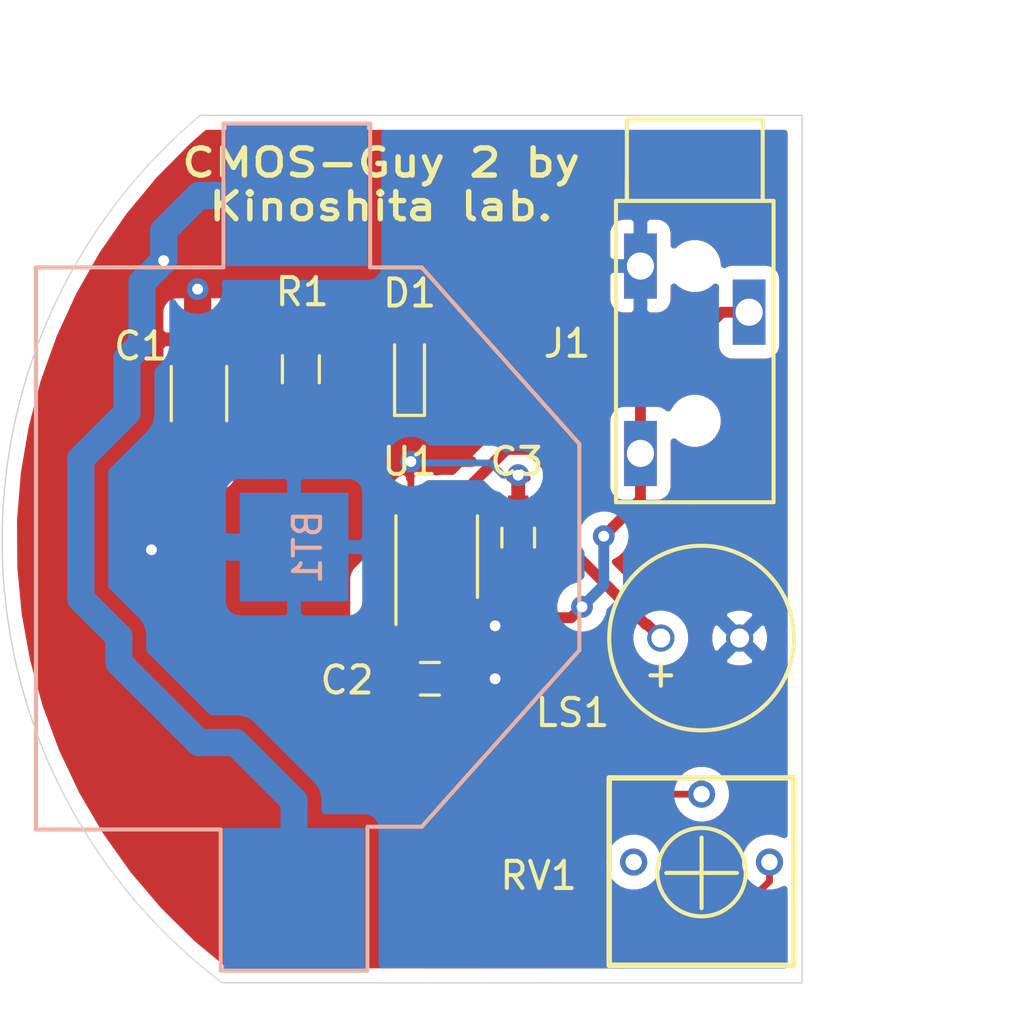
<source format=kicad_pcb>
(kicad_pcb (version 20171130) (host pcbnew 5.1.0)

  (general
    (thickness 1.6)
    (drawings 11)
    (tracks 102)
    (zones 0)
    (modules 10)
    (nets 8)
  )

  (page A4)
  (layers
    (0 F.Cu signal)
    (31 B.Cu signal)
    (32 B.Adhes user hide)
    (33 F.Adhes user hide)
    (34 B.Paste user hide)
    (35 F.Paste user hide)
    (36 B.SilkS user hide)
    (37 F.SilkS user)
    (38 B.Mask user hide)
    (39 F.Mask user hide)
    (40 Dwgs.User user hide)
    (41 Cmts.User user hide)
    (42 Eco1.User user hide)
    (43 Eco2.User user hide)
    (44 Edge.Cuts user)
    (45 Margin user hide)
    (46 B.CrtYd user)
    (47 F.CrtYd user)
    (48 B.Fab user hide)
    (49 F.Fab user)
  )

  (setup
    (last_trace_width 1)
    (user_trace_width 0.4)
    (user_trace_width 1)
    (trace_clearance 0.2)
    (zone_clearance 0.508)
    (zone_45_only no)
    (trace_min 0.2)
    (via_size 0.8)
    (via_drill 0.4)
    (via_min_size 0.4)
    (via_min_drill 0.3)
    (uvia_size 0.3)
    (uvia_drill 0.1)
    (uvias_allowed no)
    (uvia_min_size 0.2)
    (uvia_min_drill 0.1)
    (edge_width 0.05)
    (segment_width 0.2)
    (pcb_text_width 0.3)
    (pcb_text_size 1.5 1.5)
    (mod_edge_width 0.12)
    (mod_text_size 1 1)
    (mod_text_width 0.15)
    (pad_size 1.524 1.524)
    (pad_drill 0.762)
    (pad_to_mask_clearance 0.051)
    (solder_mask_min_width 0.25)
    (aux_axis_origin 0 0)
    (visible_elements FFFFFF7F)
    (pcbplotparams
      (layerselection 0x010fc_ffffffff)
      (usegerberextensions true)
      (usegerberattributes false)
      (usegerberadvancedattributes false)
      (creategerberjobfile false)
      (excludeedgelayer true)
      (linewidth 0.100000)
      (plotframeref false)
      (viasonmask false)
      (mode 1)
      (useauxorigin false)
      (hpglpennumber 1)
      (hpglpenspeed 20)
      (hpglpendiameter 15.000000)
      (psnegative false)
      (psa4output false)
      (plotreference true)
      (plotvalue false)
      (plotinvisibletext false)
      (padsonsilk false)
      (subtractmaskfromsilk false)
      (outputformat 1)
      (mirror false)
      (drillshape 0)
      (scaleselection 1)
      (outputdirectory "plots/"))
  )

  (net 0 "")
  (net 1 "Net-(LS1-Pad1)")
  (net 2 +BATT)
  (net 3 -BATT)
  (net 4 "Net-(RV1-Pad3)")
  (net 5 "Net-(C2-Pad1)")
  (net 6 "Net-(D1-Pad2)")
  (net 7 "Net-(J1-PadR)")

  (net_class Default "これはデフォルトのネット クラスです。"
    (clearance 0.2)
    (trace_width 0.25)
    (via_dia 0.8)
    (via_drill 0.4)
    (uvia_dia 0.3)
    (uvia_drill 0.1)
    (add_net +BATT)
    (add_net -BATT)
    (add_net "Net-(C2-Pad1)")
    (add_net "Net-(D1-Pad2)")
    (add_net "Net-(J1-PadR)")
    (add_net "Net-(LS1-Pad1)")
    (add_net "Net-(RV1-Pad3)")
  )

  (module mylib:Battery_Holder_CR2032_Akiduki (layer B.Cu) (tedit 5CA99652) (tstamp 5CA9AFDE)
    (at 113.5 100.9 270)
    (path /5CA9A25B)
    (fp_text reference BT1 (at 0 -0.5 270) (layer B.SilkS)
      (effects (font (size 1 1) (thickness 0.15)) (justify mirror))
    )
    (fp_text value CR2032 (at 0 0.5 270) (layer B.Fab)
      (effects (font (size 1 1) (thickness 0.15)) (justify mirror))
    )
    (fp_line (start 0.1 9.5) (end 13.4 9.5) (layer B.CrtYd) (width 0.12))
    (fp_line (start 15.6 2.1) (end 15.6 9.5) (layer B.CrtYd) (width 0.12))
    (fp_line (start 15.6 9.5) (end 13.5 9.5) (layer B.CrtYd) (width 0.12))
    (fp_line (start 13.9 9.5) (end 12.9 9.5) (layer B.CrtYd) (width 0.12))
    (fp_line (start -15.6 0.4) (end -15.6 6.4) (layer B.CrtYd) (width 0.12))
    (fp_line (start 0.1 9.5) (end -15.3 9.5) (layer B.CrtYd) (width 0.12))
    (fp_line (start -15.6 6.4) (end -15.6 9.5) (layer B.CrtYd) (width 0.12))
    (fp_line (start -15.6 9.5) (end -15.3 9.5) (layer B.CrtYd) (width 0.12))
    (fp_line (start -15.6 0.4) (end -15.6 -8.7) (layer B.CrtYd) (width 0.12))
    (fp_line (start -3.8 -10.5) (end -6.8 -10.5) (layer B.CrtYd) (width 0.12))
    (fp_line (start -6.8 -10.5) (end -14.5 -10.5) (layer B.CrtYd) (width 0.12))
    (fp_line (start -14.5 -10.5) (end -15.6 -10.5) (layer B.CrtYd) (width 0.12))
    (fp_line (start -15.6 -10.5) (end -15.6 -8.7) (layer B.CrtYd) (width 0.12))
    (fp_line (start -3.8 -10.5) (end 15.3 -10.5) (layer B.CrtYd) (width 0.12))
    (fp_line (start 15.6 2.1) (end 15.6 -6.1) (layer B.CrtYd) (width 0.12))
    (fp_line (start 15.6 -6.1) (end 15.6 -10.5) (layer B.CrtYd) (width 0.12))
    (fp_line (start 15.6 -10.5) (end 14.5 -10.5) (layer B.CrtYd) (width 0.12))
    (fp_line (start 10.3 -2.7) (end 10.3 -4.7) (layer B.SilkS) (width 0.15))
    (fp_line (start -10.3 -2.8) (end -10.3 -4.7) (layer B.SilkS) (width 0.15))
    (fp_line (start 10.3 -4.7) (end 3.8 -10.5) (layer B.SilkS) (width 0.15))
    (fp_line (start -10.3 -4.7) (end -3.8 -10.5) (layer B.SilkS) (width 0.15))
    (fp_line (start 3.8 -10.5) (end -3.8 -10.5) (layer B.SilkS) (width 0.15))
    (fp_line (start -10.3 -2.8) (end -15.6 -2.8) (layer B.SilkS) (width 0.15))
    (fp_line (start -15.6 -2.8) (end -15.6 2.6) (layer B.SilkS) (width 0.15))
    (fp_line (start -15.6 2.6) (end -10.3 2.6) (layer B.SilkS) (width 0.15))
    (fp_line (start -10.3 2.6) (end -10.3 9.5) (layer B.SilkS) (width 0.15))
    (fp_line (start 10.3 -2.7) (end 15.6 -2.7) (layer B.SilkS) (width 0.15))
    (fp_line (start 15.6 -2.7) (end 15.6 2.7) (layer B.SilkS) (width 0.15))
    (fp_line (start 15.6 2.7) (end 10.4 2.7) (layer B.SilkS) (width 0.15))
    (fp_line (start 10.4 2.7) (end 10.4 9.5) (layer B.SilkS) (width 0.15))
    (fp_line (start -10.3 9.5) (end 10.4 9.5) (layer B.SilkS) (width 0.15))
    (pad 2 smd rect (at 0 0 270) (size 4 4) (layers B.Cu B.Paste B.Mask)
      (net 3 -BATT))
    (pad 1 smd rect (at 12.95 0 270) (size 5.2 5.2) (layers B.Cu B.Paste B.Mask)
      (net 2 +BATT))
    (pad 1 smd rect (at -12.95 -0.1 270) (size 5.2 5.2) (layers B.Cu B.Paste B.Mask)
      (net 2 +BATT))
  )

  (module Capacitors_SMD:C_1206_HandSoldering (layer F.Cu) (tedit 58AA84D1) (tstamp 5CA9A84D)
    (at 110 95.25 270)
    (descr "Capacitor SMD 1206, hand soldering")
    (tags "capacitor 1206")
    (path /5CA9E749)
    (attr smd)
    (fp_text reference C1 (at -1.75 2.15) (layer F.SilkS)
      (effects (font (size 1 1) (thickness 0.15)))
    )
    (fp_text value 100u (at 0 2 270) (layer F.Fab)
      (effects (font (size 1 1) (thickness 0.15)))
    )
    (fp_line (start 3.25 1.05) (end -3.25 1.05) (layer F.CrtYd) (width 0.05))
    (fp_line (start 3.25 1.05) (end 3.25 -1.05) (layer F.CrtYd) (width 0.05))
    (fp_line (start -3.25 -1.05) (end -3.25 1.05) (layer F.CrtYd) (width 0.05))
    (fp_line (start -3.25 -1.05) (end 3.25 -1.05) (layer F.CrtYd) (width 0.05))
    (fp_line (start -1 1.02) (end 1 1.02) (layer F.SilkS) (width 0.12))
    (fp_line (start 1 -1.02) (end -1 -1.02) (layer F.SilkS) (width 0.12))
    (fp_line (start -1.6 -0.8) (end 1.6 -0.8) (layer F.Fab) (width 0.1))
    (fp_line (start 1.6 -0.8) (end 1.6 0.8) (layer F.Fab) (width 0.1))
    (fp_line (start 1.6 0.8) (end -1.6 0.8) (layer F.Fab) (width 0.1))
    (fp_line (start -1.6 0.8) (end -1.6 -0.8) (layer F.Fab) (width 0.1))
    (fp_text user %R (at 0 -1.75 270) (layer F.Fab)
      (effects (font (size 1 1) (thickness 0.15)))
    )
    (pad 2 smd rect (at 2 0 270) (size 2 1.6) (layers F.Cu F.Paste F.Mask)
      (net 3 -BATT))
    (pad 1 smd rect (at -2 0 270) (size 2 1.6) (layers F.Cu F.Paste F.Mask)
      (net 2 +BATT))
    (model Capacitors_SMD.3dshapes/C_1206.wrl
      (at (xyz 0 0 0))
      (scale (xyz 1 1 1))
      (rotate (xyz 0 0 0))
    )
  )

  (module Capacitors_SMD:C_0603_HandSoldering (layer F.Cu) (tedit 58AA848B) (tstamp 5CA9ACDE)
    (at 118.5 105.75)
    (descr "Capacitor SMD 0603, hand soldering")
    (tags "capacitor 0603")
    (path /5CAACC23)
    (attr smd)
    (fp_text reference C2 (at -3.05 0.05) (layer F.SilkS)
      (effects (font (size 1 1) (thickness 0.15)))
    )
    (fp_text value 0.1u (at 0 1.5) (layer F.Fab)
      (effects (font (size 1 1) (thickness 0.15)))
    )
    (fp_text user %R (at 0 -1.25) (layer F.Fab)
      (effects (font (size 1 1) (thickness 0.15)))
    )
    (fp_line (start -0.8 0.4) (end -0.8 -0.4) (layer F.Fab) (width 0.1))
    (fp_line (start 0.8 0.4) (end -0.8 0.4) (layer F.Fab) (width 0.1))
    (fp_line (start 0.8 -0.4) (end 0.8 0.4) (layer F.Fab) (width 0.1))
    (fp_line (start -0.8 -0.4) (end 0.8 -0.4) (layer F.Fab) (width 0.1))
    (fp_line (start -0.35 -0.6) (end 0.35 -0.6) (layer F.SilkS) (width 0.12))
    (fp_line (start 0.35 0.6) (end -0.35 0.6) (layer F.SilkS) (width 0.12))
    (fp_line (start -1.8 -0.65) (end 1.8 -0.65) (layer F.CrtYd) (width 0.05))
    (fp_line (start -1.8 -0.65) (end -1.8 0.65) (layer F.CrtYd) (width 0.05))
    (fp_line (start 1.8 0.65) (end 1.8 -0.65) (layer F.CrtYd) (width 0.05))
    (fp_line (start 1.8 0.65) (end -1.8 0.65) (layer F.CrtYd) (width 0.05))
    (pad 1 smd rect (at -0.95 0) (size 1.2 0.75) (layers F.Cu F.Paste F.Mask)
      (net 5 "Net-(C2-Pad1)"))
    (pad 2 smd rect (at 0.95 0) (size 1.2 0.75) (layers F.Cu F.Paste F.Mask)
      (net 3 -BATT))
    (model Capacitors_SMD.3dshapes/C_0603.wrl
      (at (xyz 0 0 0))
      (scale (xyz 1 1 1))
      (rotate (xyz 0 0 0))
    )
  )

  (module Capacitors_SMD:C_0603_HandSoldering (layer F.Cu) (tedit 58AA848B) (tstamp 5CA9A2DB)
    (at 121.75 100.55 270)
    (descr "Capacitor SMD 0603, hand soldering")
    (tags "capacitor 0603")
    (path /5CAA3132)
    (attr smd)
    (fp_text reference C3 (at -2.8 0.05) (layer F.SilkS)
      (effects (font (size 1 1) (thickness 0.15)))
    )
    (fp_text value 0.1u (at 0 1.5 270) (layer F.Fab)
      (effects (font (size 1 1) (thickness 0.15)))
    )
    (fp_line (start 1.8 0.65) (end -1.8 0.65) (layer F.CrtYd) (width 0.05))
    (fp_line (start 1.8 0.65) (end 1.8 -0.65) (layer F.CrtYd) (width 0.05))
    (fp_line (start -1.8 -0.65) (end -1.8 0.65) (layer F.CrtYd) (width 0.05))
    (fp_line (start -1.8 -0.65) (end 1.8 -0.65) (layer F.CrtYd) (width 0.05))
    (fp_line (start 0.35 0.6) (end -0.35 0.6) (layer F.SilkS) (width 0.12))
    (fp_line (start -0.35 -0.6) (end 0.35 -0.6) (layer F.SilkS) (width 0.12))
    (fp_line (start -0.8 -0.4) (end 0.8 -0.4) (layer F.Fab) (width 0.1))
    (fp_line (start 0.8 -0.4) (end 0.8 0.4) (layer F.Fab) (width 0.1))
    (fp_line (start 0.8 0.4) (end -0.8 0.4) (layer F.Fab) (width 0.1))
    (fp_line (start -0.8 0.4) (end -0.8 -0.4) (layer F.Fab) (width 0.1))
    (fp_text user %R (at 0 -1.25 270) (layer F.Fab)
      (effects (font (size 1 1) (thickness 0.15)))
    )
    (pad 2 smd rect (at 0.95 0 270) (size 1.2 0.75) (layers F.Cu F.Paste F.Mask)
      (net 3 -BATT))
    (pad 1 smd rect (at -0.95 0 270) (size 1.2 0.75) (layers F.Cu F.Paste F.Mask)
      (net 2 +BATT))
    (model Capacitors_SMD.3dshapes/C_0603.wrl
      (at (xyz 0 0 0))
      (scale (xyz 1 1 1))
      (rotate (xyz 0 0 0))
    )
  )

  (module LEDs:LED_0603_HandSoldering (layer F.Cu) (tedit 595FC9C0) (tstamp 5CA9A2F0)
    (at 117.75 94.25 90)
    (descr "LED SMD 0603, hand soldering")
    (tags "LED 0603")
    (path /5CABDBEB)
    (attr smd)
    (fp_text reference D1 (at 2.7 0 180) (layer F.SilkS)
      (effects (font (size 1 1) (thickness 0.15)))
    )
    (fp_text value LED (at 0 1.55 90) (layer F.Fab)
      (effects (font (size 1 1) (thickness 0.15)))
    )
    (fp_line (start -0.8 -0.4) (end -0.8 0.4) (layer F.Fab) (width 0.1))
    (fp_line (start 1.95 0.7) (end -1.96 0.7) (layer F.CrtYd) (width 0.05))
    (fp_line (start 1.95 0.7) (end 1.95 -0.7) (layer F.CrtYd) (width 0.05))
    (fp_line (start -1.96 -0.7) (end -1.96 0.7) (layer F.CrtYd) (width 0.05))
    (fp_line (start -1.96 -0.7) (end 1.95 -0.7) (layer F.CrtYd) (width 0.05))
    (fp_line (start -1.8 -0.55) (end 0.8 -0.55) (layer F.SilkS) (width 0.12))
    (fp_line (start -1.8 0.55) (end 0.8 0.55) (layer F.SilkS) (width 0.12))
    (fp_line (start -0.8 -0.4) (end 0.8 -0.4) (layer F.Fab) (width 0.1))
    (fp_line (start 0.8 -0.4) (end 0.8 0.4) (layer F.Fab) (width 0.1))
    (fp_line (start 0.8 0.4) (end -0.8 0.4) (layer F.Fab) (width 0.1))
    (fp_line (start 0.15 -0.2) (end 0.15 0.2) (layer F.Fab) (width 0.1))
    (fp_line (start 0.15 0.2) (end -0.15 0) (layer F.Fab) (width 0.1))
    (fp_line (start -0.15 0) (end 0.15 -0.2) (layer F.Fab) (width 0.1))
    (fp_line (start -0.2 -0.2) (end -0.2 0.2) (layer F.Fab) (width 0.1))
    (fp_line (start -1.8 -0.55) (end -1.8 0.55) (layer F.SilkS) (width 0.12))
    (pad 2 smd rect (at 1.1 0 90) (size 1.2 0.9) (layers F.Cu F.Paste F.Mask)
      (net 6 "Net-(D1-Pad2)"))
    (pad 1 smd rect (at -1.1 0 90) (size 1.2 0.9) (layers F.Cu F.Paste F.Mask)
      (net 3 -BATT))
    (model ${KISYS3DMOD}/LEDs.3dshapes/LED_0603.wrl
      (at (xyz 0 0 0))
      (scale (xyz 1 1 1))
      (rotate (xyz 0 0 180))
    )
  )

  (module mylib:stereo_3.5mm_stereo_uxcell_thruhole (layer F.Cu) (tedit 5CA990EC) (tstamp 5CA9B1DB)
    (at 128.25 96.25)
    (path /5CAA7D8E)
    (fp_text reference J1 (at -4.7 -2.85) (layer F.SilkS)
      (effects (font (size 1 1) (thickness 0.15)))
    )
    (fp_text value AudioJack3 (at 0.3 3.8) (layer F.Fab)
      (effects (font (size 1 1) (thickness 0.15)))
    )
    (fp_line (start -0.1 3) (end 2.9 3) (layer F.SilkS) (width 0.15))
    (fp_line (start 2.9 3) (end 2.9 -8.1) (layer F.SilkS) (width 0.15))
    (fp_line (start 2.9 -8.1) (end 0 -8.1) (layer F.SilkS) (width 0.15))
    (fp_line (start 0 -8.1) (end -2.9 -8.1) (layer F.SilkS) (width 0.15))
    (fp_line (start -2.9 -8.1) (end -2.9 3) (layer F.SilkS) (width 0.15))
    (fp_line (start -2.9 3) (end 0 3) (layer F.SilkS) (width 0.15))
    (fp_line (start 2.5 -8.1) (end 2.5 -10.7) (layer F.SilkS) (width 0.15))
    (fp_line (start -2.5 -8.1) (end -2.5 -8.8) (layer F.SilkS) (width 0.15))
    (fp_line (start -2.5 -8.1) (end -2.5 -11.1) (layer F.SilkS) (width 0.15))
    (fp_line (start -2.5 -11.1) (end 2.5 -11.1) (layer F.SilkS) (width 0.15))
    (fp_line (start 2.5 -11.1) (end 2.5 -10.7) (layer F.SilkS) (width 0.15))
    (fp_line (start -2.9 3) (end 2.9 3) (layer F.CrtYd) (width 0.12))
    (fp_line (start 2.9 3) (end 2.9 -11.1) (layer F.CrtYd) (width 0.12))
    (fp_line (start 2.9 -11.1) (end -2.9 -11.1) (layer F.CrtYd) (width 0.12))
    (fp_line (start -2.9 -11.1) (end -2.9 3) (layer F.CrtYd) (width 0.12))
    (pad "" np_thru_hole circle (at 0 0) (size 0.9 0.9) (drill 0.9) (layers *.Cu))
    (pad "" np_thru_hole circle (at 0 -5.7) (size 0.9 0.9) (drill 0.9) (layers *.Cu))
    (pad T thru_hole rect (at -2 1.2) (size 1.2 2.4) (drill 1) (layers *.Cu *.Paste *.Mask)
      (net 7 "Net-(J1-PadR)"))
    (pad S thru_hole rect (at -2 -5.7) (size 1.2 2.4) (drill 1) (layers *.Cu *.Paste *.Mask)
      (net 3 -BATT))
    (pad R thru_hole rect (at 2 -4) (size 1.2 2.4) (drill 1) (layers *.Cu *.Paste *.Mask)
      (net 7 "Net-(J1-PadR)"))
  )

  (module mylib:UGCM0603APE_Akiduki_Small_Speaker_6.7mm (layer F.Cu) (tedit 5CA987A5) (tstamp 5CA9A310)
    (at 128.5 104.25 180)
    (path /5CA99AE5)
    (fp_text reference LS1 (at 4.75 -2.75 180) (layer F.SilkS)
      (effects (font (size 1 1) (thickness 0.15)))
    )
    (fp_text value Speaker (at -0.5 5.9 180) (layer F.Fab)
      (effects (font (size 1 1) (thickness 0.15)))
    )
    (fp_circle (center 0 0) (end 0 3.4) (layer F.SilkS) (width 0.15))
    (fp_text user + (at 1.5 -1.3 180) (layer F.SilkS)
      (effects (font (size 1 1) (thickness 0.15)))
    )
    (pad 1 thru_hole circle (at 1.5 0 180) (size 1 1) (drill 0.7) (layers *.Cu *.Paste *.Mask)
      (net 1 "Net-(LS1-Pad1)"))
    (pad 2 thru_hole circle (at -1.4 0 180) (size 1 1) (drill 0.7) (layers *.Cu *.Paste *.Mask)
      (net 3 -BATT))
  )

  (module Resistors_SMD:R_0603_HandSoldering (layer F.Cu) (tedit 58E0A804) (tstamp 5CA9AC14)
    (at 113.75 94.35 270)
    (descr "Resistor SMD 0603, hand soldering")
    (tags "resistor 0603")
    (path /5CABD042)
    (attr smd)
    (fp_text reference R1 (at -2.85 -0.05) (layer F.SilkS)
      (effects (font (size 1 1) (thickness 0.15)))
    )
    (fp_text value R (at 0 1.55 270) (layer F.Fab)
      (effects (font (size 1 1) (thickness 0.15)))
    )
    (fp_line (start 1.95 0.7) (end -1.96 0.7) (layer F.CrtYd) (width 0.05))
    (fp_line (start 1.95 0.7) (end 1.95 -0.7) (layer F.CrtYd) (width 0.05))
    (fp_line (start -1.96 -0.7) (end -1.96 0.7) (layer F.CrtYd) (width 0.05))
    (fp_line (start -1.96 -0.7) (end 1.95 -0.7) (layer F.CrtYd) (width 0.05))
    (fp_line (start -0.5 -0.68) (end 0.5 -0.68) (layer F.SilkS) (width 0.12))
    (fp_line (start 0.5 0.68) (end -0.5 0.68) (layer F.SilkS) (width 0.12))
    (fp_line (start -0.8 -0.4) (end 0.8 -0.4) (layer F.Fab) (width 0.1))
    (fp_line (start 0.8 -0.4) (end 0.8 0.4) (layer F.Fab) (width 0.1))
    (fp_line (start 0.8 0.4) (end -0.8 0.4) (layer F.Fab) (width 0.1))
    (fp_line (start -0.8 0.4) (end -0.8 -0.4) (layer F.Fab) (width 0.1))
    (fp_text user %R (at 0 0 270) (layer F.Fab)
      (effects (font (size 0.4 0.4) (thickness 0.075)))
    )
    (pad 2 smd rect (at 1.1 0 270) (size 1.2 0.9) (layers F.Cu F.Paste F.Mask)
      (net 6 "Net-(D1-Pad2)"))
    (pad 1 smd rect (at -1.1 0 270) (size 1.2 0.9) (layers F.Cu F.Paste F.Mask)
      (net 2 +BATT))
    (model ${KISYS3DMOD}/Resistors_SMD.3dshapes/R_0603.wrl
      (at (xyz 0 0 0))
      (scale (xyz 1 1 1))
      (rotate (xyz 0 0 0))
    )
  )

  (module mylib:POT_TOCOS_GF063P1 (layer F.Cu) (tedit 5CA995D0) (tstamp 5CA9A338)
    (at 128.5 112.5)
    (path /5CAAA216)
    (fp_text reference RV1 (at -6 0.5) (layer F.SilkS)
      (effects (font (size 1 1) (thickness 0.15)))
    )
    (fp_text value 10k (at 0 4.8) (layer F.Fab)
      (effects (font (size 1 1) (thickness 0.15)))
    )
    (fp_line (start 0 -3.1) (end 2.6 -3.1) (layer F.CrtYd) (width 0.12))
    (fp_line (start 3.4 0) (end 3.4 -3.1) (layer F.CrtYd) (width 0.12))
    (fp_line (start 3.4 -3.1) (end 2.6 -3.1) (layer F.CrtYd) (width 0.12))
    (fp_line (start 3.4 0) (end 3.4 3.8) (layer F.CrtYd) (width 0.12))
    (fp_line (start 3.4 3.8) (end 0 3.8) (layer F.CrtYd) (width 0.12))
    (fp_line (start 0 3.8) (end -3.4 3.8) (layer F.CrtYd) (width 0.12))
    (fp_line (start -3.4 3.8) (end -3.4 -3) (layer F.CrtYd) (width 0.12))
    (fp_line (start 0 -3.1) (end -3.4 -3.1) (layer F.CrtYd) (width 0.12))
    (fp_line (start -3.4 -3.1) (end -3.4 -3) (layer F.CrtYd) (width 0.12))
    (fp_line (start 3.4 3.8) (end 3.4 -3.1) (layer F.SilkS) (width 0.2))
    (fp_line (start 3.4 -3.1) (end -3.4 -3.1) (layer F.SilkS) (width 0.2))
    (fp_line (start -3.4 -3.1) (end -3.4 3.8) (layer F.SilkS) (width 0.2))
    (fp_line (start -3.4 3.8) (end 3.4 3.8) (layer F.SilkS) (width 0.2))
    (fp_circle (center 0 0.372118) (end 1.1 1.572118) (layer F.SilkS) (width 0.15))
    (fp_line (start -1.3 0.4) (end 1.3 0.4) (layer F.SilkS) (width 0.15))
    (fp_line (start 0 -0.9) (end 0 1.7) (layer F.SilkS) (width 0.15))
    (pad 1 thru_hole circle (at -2.5 0) (size 1 1) (drill 0.6) (layers *.Cu *.Mask))
    (pad 2 thru_hole circle (at 0 -2.5) (size 1 1) (drill 0.6) (layers *.Cu *.Mask)
      (net 5 "Net-(C2-Pad1)"))
    (pad 3 thru_hole circle (at 2.5 0) (size 1 1) (drill 0.6) (layers *.Cu *.Mask)
      (net 4 "Net-(RV1-Pad3)"))
  )

  (module Housings_SSOP:SSOP-8_2.95x2.8mm_Pitch0.65mm (layer F.Cu) (tedit 589DBBBD) (tstamp 5CA9AA6D)
    (at 118.75 101.25 90)
    (descr "SSOP-8 2.9 x2.8mm Pitch 0.65mm")
    (tags "SSOP-8 2.95x2.8mm Pitch 0.65mm")
    (path /5CA986D9)
    (attr smd)
    (fp_text reference U1 (at 3.5 -1 180) (layer F.SilkS)
      (effects (font (size 1 1) (thickness 0.15)))
    )
    (fp_text value TC7W14FU (at 0 2.6 90) (layer F.Fab)
      (effects (font (size 1 1) (thickness 0.15)))
    )
    (fp_text user %R (at 0 0 90) (layer F.Fab)
      (effects (font (size 0.6 0.6) (thickness 0.15)))
    )
    (fp_line (start 1.475 -1.4) (end 1.475 1.4) (layer F.Fab) (width 0.1))
    (fp_line (start 1.475 1.4) (end -1.475 1.4) (layer F.Fab) (width 0.1))
    (fp_line (start -1.475 1.4) (end -1.475 -0.7) (layer F.Fab) (width 0.1))
    (fp_line (start -0.475 -1.4) (end 1.475 -1.4) (layer F.Fab) (width 0.1))
    (fp_line (start -0.475 -1.4) (end -1.475 -0.7) (layer F.Fab) (width 0.1))
    (fp_line (start 1.5 -1.5) (end -2.5 -1.5) (layer F.SilkS) (width 0.12))
    (fp_line (start 1.5 1.5) (end -1.5 1.5) (layer F.SilkS) (width 0.12))
    (fp_line (start 2.75 -1.65) (end 2.75 1.65) (layer F.CrtYd) (width 0.05))
    (fp_line (start 2.75 1.65) (end -2.75 1.65) (layer F.CrtYd) (width 0.05))
    (fp_line (start -2.75 1.65) (end -2.75 -1.65) (layer F.CrtYd) (width 0.05))
    (fp_line (start -2.75 -1.65) (end 2.75 -1.65) (layer F.CrtYd) (width 0.05))
    (pad 8 smd rect (at 1.7 -0.975) (size 0.3 1.6) (layers F.Cu F.Paste F.Mask)
      (net 2 +BATT))
    (pad 7 smd rect (at 1.7 -0.325) (size 0.3 1.6) (layers F.Cu F.Paste F.Mask)
      (net 4 "Net-(RV1-Pad3)"))
    (pad 6 smd rect (at 1.7 0.325) (size 0.3 1.6) (layers F.Cu F.Paste F.Mask)
      (net 4 "Net-(RV1-Pad3)"))
    (pad 5 smd rect (at 1.7 0.975) (size 0.3 1.6) (layers F.Cu F.Paste F.Mask)
      (net 1 "Net-(LS1-Pad1)"))
    (pad 4 smd rect (at -1.7 0.975) (size 0.3 1.6) (layers F.Cu F.Paste F.Mask)
      (net 3 -BATT))
    (pad 3 smd rect (at -1.7 0.325) (size 0.3 1.6) (layers F.Cu F.Paste F.Mask)
      (net 4 "Net-(RV1-Pad3)"))
    (pad 2 smd rect (at -1.7 -0.325) (size 0.3 1.6) (layers F.Cu F.Paste F.Mask)
      (net 7 "Net-(J1-PadR)"))
    (pad 1 smd rect (at -1.7 -0.975) (size 0.3 1.6) (layers F.Cu F.Paste F.Mask)
      (net 5 "Net-(C2-Pad1)"))
    (model ${KISYS3DMOD}/Housings_SSOP.3dshapes/SSOP-8_2.95x2.8mm_Pitch0.65mm.wrl
      (at (xyz 0 0 0))
      (scale (xyz 1 1 1))
      (rotate (xyz 0 0 0))
    )
  )

  (gr_line (start 132.2 116.1) (end 132.2 116.95) (layer Edge.Cuts) (width 0.05) (tstamp 5CA9B805))
  (gr_line (start 132.2 85) (end 132.2 116.1) (layer Edge.Cuts) (width 0.05))
  (gr_line (start 132.15 85) (end 132.2 85) (layer Edge.Cuts) (width 0.05))
  (dimension 31.950039 (width 0.15) (layer F.Fab)
    (gr_text "31.950 mm" (at 136.724998 100.96788 -89.91033532) (layer F.Fab)
      (effects (font (size 1 1) (thickness 0.15)))
    )
    (feature1 (pts (xy 132.15 85) (xy 135.98642 84.993996)))
    (feature2 (pts (xy 132.2 116.95) (xy 136.03642 116.943996)))
    (crossbar (pts (xy 135.45 116.944914) (xy 135.4 84.994914)))
    (arrow1a (pts (xy 135.4 84.994914) (xy 135.988183 86.120499)))
    (arrow1b (pts (xy 135.4 84.994914) (xy 134.815343 86.122334)))
    (arrow2a (pts (xy 135.45 116.944914) (xy 136.034657 115.817494)))
    (arrow2b (pts (xy 135.45 116.944914) (xy 134.861817 115.819329)))
  )
  (dimension 29.5 (width 0.15) (layer F.Fab)
    (gr_text "29.500 mm" (at 117.5 81.45) (layer F.Fab)
      (effects (font (size 1 1) (thickness 0.15)))
    )
    (feature1 (pts (xy 132.25 100.75) (xy 132.25 82.163579)))
    (feature2 (pts (xy 102.75 100.75) (xy 102.75 82.163579)))
    (crossbar (pts (xy 102.75 82.75) (xy 132.25 82.75)))
    (arrow1a (pts (xy 132.25 82.75) (xy 131.123496 83.336421)))
    (arrow1b (pts (xy 132.25 82.75) (xy 131.123496 82.163579)))
    (arrow2a (pts (xy 102.75 82.75) (xy 103.876504 83.336421)))
    (arrow2b (pts (xy 102.75 82.75) (xy 103.876504 82.163579)))
  )
  (gr_text "CMOS-Guy 2 by\nKinoshita lab." (at 116.7 87.55) (layer F.SilkS)
    (effects (font (size 1 1.2) (thickness 0.2)))
  )
  (gr_line (start 123.45 116.95) (end 132.2 116.95) (layer Edge.Cuts) (width 0.05))
  (gr_line (start 110.85 116.942835) (end 123.45 116.95) (layer Edge.Cuts) (width 0.05))
  (gr_line (start 132.15 85) (end 131.3 85) (layer Edge.Cuts) (width 0.05) (tstamp 5CA9B4AF))
  (gr_line (start 110.044572 85) (end 131.3 85) (layer Edge.Cuts) (width 0.05))
  (gr_arc (start 123.194571 100.649999) (end 110.044572 85) (angle -102.8110897) (layer Edge.Cuts) (width 0.05))

  (segment (start 126.500001 103.750001) (end 126.450001 103.750001) (width 0.4) (layer F.Cu) (net 1))
  (segment (start 127 104.25) (end 126.500001 103.750001) (width 0.4) (layer F.Cu) (net 1) (status 10))
  (segment (start 126.450001 103.750001) (end 123.5 100.8) (width 0.4) (layer F.Cu) (net 1))
  (segment (start 123.5 100.8) (end 123.5 98.6) (width 0.4) (layer F.Cu) (net 1))
  (segment (start 123.5 98.6) (end 122.2 97.3) (width 0.4) (layer F.Cu) (net 1))
  (segment (start 121.325 97.3) (end 119.9 98.725) (width 0.4) (layer F.Cu) (net 1))
  (segment (start 122.2 97.3) (end 121.325 97.3) (width 0.4) (layer F.Cu) (net 1))
  (segment (start 119.9 99.375) (end 119.725 99.55) (width 0.4) (layer F.Cu) (net 1) (status 20))
  (segment (start 119.9 98.725) (end 119.9 99.375) (width 0.4) (layer F.Cu) (net 1))
  (segment (start 113.6 87.95) (end 110 87.95) (width 1) (layer B.Cu) (net 2) (status 10))
  (via (at 108.7 90.35) (size 0.8) (drill 0.4) (layers F.Cu B.Cu) (net 2))
  (segment (start 108.7 89.25) (end 108.7 90.35) (width 1) (layer B.Cu) (net 2))
  (via (at 109.95 91.4) (size 0.8) (drill 0.4) (layers F.Cu B.Cu) (net 2))
  (segment (start 108.7 90.35) (end 108.9 90.35) (width 1) (layer F.Cu) (net 2))
  (segment (start 108.9 90.35) (end 109.95 91.4) (width 1) (layer F.Cu) (net 2))
  (segment (start 109.95 93.2) (end 110 93.25) (width 1) (layer F.Cu) (net 2) (status 30))
  (segment (start 109.95 91.4) (end 109.95 93.2) (width 1) (layer F.Cu) (net 2) (status 20))
  (via (at 121.75 98.25) (size 0.8) (drill 0.4) (layers F.Cu B.Cu) (net 2))
  (segment (start 121.75 99.6) (end 121.75 98.25) (width 0.25) (layer F.Cu) (net 2) (status 10))
  (segment (start 121.184315 98.25) (end 120.734315 97.8) (width 0.25) (layer B.Cu) (net 2))
  (segment (start 121.75 98.25) (end 121.184315 98.25) (width 0.25) (layer B.Cu) (net 2))
  (via (at 117.8 97.75) (size 0.8) (drill 0.4) (layers F.Cu B.Cu) (net 2))
  (segment (start 120.734315 97.8) (end 117.85 97.8) (width 0.25) (layer B.Cu) (net 2))
  (segment (start 117.85 97.8) (end 117.8 97.75) (width 0.25) (layer B.Cu) (net 2))
  (segment (start 117.8 99.525) (end 117.775 99.55) (width 0.25) (layer F.Cu) (net 2) (status 30))
  (segment (start 117.8 97.75) (end 117.8 99.525) (width 0.25) (layer F.Cu) (net 2) (status 20))
  (segment (start 111.2 93.25) (end 112.1 92.35) (width 0.4) (layer F.Cu) (net 2))
  (segment (start 110 93.25) (end 111.2 93.25) (width 0.4) (layer F.Cu) (net 2) (status 10))
  (segment (start 112.1 92.35) (end 112.1 91.6) (width 0.4) (layer F.Cu) (net 2))
  (segment (start 112.1 91.6) (end 112.9 90.8) (width 0.4) (layer F.Cu) (net 2))
  (segment (start 120.026458 97.75) (end 117.8 97.75) (width 0.4) (layer F.Cu) (net 2))
  (segment (start 113.5 110.25) (end 111.35 108.1) (width 1) (layer B.Cu) (net 2))
  (segment (start 113.5 113.85) (end 113.5 110.25) (width 1) (layer B.Cu) (net 2))
  (segment (start 111.35 108.1) (end 110 108.1) (width 1) (layer B.Cu) (net 2))
  (segment (start 107.04999 105.14999) (end 107.04999 104.19999) (width 1) (layer B.Cu) (net 2))
  (segment (start 110 108.1) (end 107.04999 105.14999) (width 1) (layer B.Cu) (net 2))
  (segment (start 107.04999 104.19999) (end 105.65 102.8) (width 1) (layer B.Cu) (net 2))
  (segment (start 105.65 102.8) (end 105.65 97.65) (width 1) (layer B.Cu) (net 2))
  (segment (start 105.65 97.65) (end 107.35 95.95) (width 1) (layer B.Cu) (net 2))
  (segment (start 107.35 95.95) (end 107.35 93.95) (width 1) (layer B.Cu) (net 2))
  (segment (start 107.35 93.95) (end 107.9 93.4) (width 1) (layer B.Cu) (net 2))
  (segment (start 110 87.95) (end 108.7 89.25) (width 1) (layer B.Cu) (net 2))
  (segment (start 107.9 93.4) (end 107.9 91.15) (width 1) (layer B.Cu) (net 2))
  (segment (start 107.9 91.15) (end 108.7 90.35) (width 1) (layer B.Cu) (net 2))
  (via (at 108.25 101) (size 0.8) (drill 0.4) (layers F.Cu B.Cu) (net 3))
  (segment (start 108.25 99) (end 110 97.25) (width 1) (layer F.Cu) (net 3) (status 20))
  (segment (start 108.25 101) (end 108.25 99) (width 1) (layer F.Cu) (net 3))
  (segment (start 117 95.35) (end 117.75 95.35) (width 0.25) (layer F.Cu) (net 3) (status 20))
  (segment (start 110 97.25) (end 115.1 97.25) (width 0.25) (layer F.Cu) (net 3) (status 10))
  (segment (start 115.1 97.25) (end 117 95.35) (width 0.25) (layer F.Cu) (net 3))
  (segment (start 120.125 102.95) (end 119.725 102.95) (width 0.25) (layer F.Cu) (net 3) (status 20))
  (segment (start 121.75 102.35) (end 121.15 102.95) (width 0.25) (layer F.Cu) (net 3))
  (segment (start 121.75 101.5) (end 121.75 102.35) (width 0.25) (layer F.Cu) (net 3) (status 10))
  (via (at 120.9 105.75) (size 0.8) (drill 0.4) (layers F.Cu B.Cu) (net 3))
  (segment (start 119.45 105.75) (end 120.9 105.75) (width 0.25) (layer F.Cu) (net 3) (status 10))
  (via (at 120.9 103.8) (size 0.8) (drill 0.4) (layers F.Cu B.Cu) (net 3))
  (segment (start 120.9 105.75) (end 120.9 103.8) (width 0.25) (layer B.Cu) (net 3))
  (segment (start 120.9 103) (end 120.95 102.95) (width 0.25) (layer F.Cu) (net 3))
  (segment (start 120.9 103.8) (end 120.9 103) (width 0.25) (layer F.Cu) (net 3))
  (segment (start 121.15 102.95) (end 120.95 102.95) (width 0.25) (layer F.Cu) (net 3))
  (segment (start 120.95 102.95) (end 120.125 102.95) (width 0.25) (layer F.Cu) (net 3))
  (segment (start 110.5 100.9) (end 110.4 101) (width 1) (layer B.Cu) (net 3))
  (segment (start 110.4 101) (end 108.25 101) (width 1) (layer B.Cu) (net 3))
  (segment (start 113.5 100.9) (end 110.5 100.9) (width 1) (layer B.Cu) (net 3) (status 10))
  (segment (start 119.075 99.55) (end 118.425 99.55) (width 0.25) (layer F.Cu) (net 4) (status 30))
  (segment (start 131 113.207106) (end 130.307106 113.9) (width 0.25) (layer F.Cu) (net 4))
  (segment (start 131 112.5) (end 131 113.207106) (width 0.25) (layer F.Cu) (net 4) (status 10))
  (segment (start 130.307106 113.9) (end 123.2 113.9) (width 0.25) (layer F.Cu) (net 4))
  (segment (start 123.2 113.9) (end 120.2 110.9) (width 0.25) (layer F.Cu) (net 4))
  (segment (start 120.2 110.9) (end 119.4 110.9) (width 0.25) (layer F.Cu) (net 4))
  (segment (start 119.4 110.9) (end 116.2 107.7) (width 0.25) (layer F.Cu) (net 4))
  (segment (start 116.2 107.7) (end 116.2 102.1) (width 0.25) (layer F.Cu) (net 4))
  (segment (start 116.875 101.425) (end 119.075 101.425) (width 0.25) (layer F.Cu) (net 4))
  (segment (start 116.2 102.1) (end 116.875 101.425) (width 0.25) (layer F.Cu) (net 4))
  (segment (start 119.075 102.95) (end 119.075 101.425) (width 0.25) (layer F.Cu) (net 4) (status 10))
  (segment (start 119.075 101.425) (end 119.075 99.55) (width 0.25) (layer F.Cu) (net 4) (status 20))
  (segment (start 117.775 104.9) (end 117.775 102.95) (width 0.25) (layer F.Cu) (net 5) (status 20))
  (segment (start 117.55 105.75) (end 117.55 105.125) (width 0.25) (layer F.Cu) (net 5) (status 10))
  (segment (start 117.55 105.125) (end 117.775 104.9) (width 0.25) (layer F.Cu) (net 5))
  (segment (start 128.5 110) (end 120 110) (width 0.25) (layer F.Cu) (net 5) (status 10))
  (segment (start 117.55 107.55) (end 117.55 105.75) (width 0.25) (layer F.Cu) (net 5) (status 20))
  (segment (start 120 110) (end 117.55 107.55) (width 0.25) (layer F.Cu) (net 5))
  (segment (start 113.75 95.45) (end 115.15 95.45) (width 0.25) (layer F.Cu) (net 6) (status 10))
  (segment (start 115.15 95.45) (end 116.2 94.4) (width 0.25) (layer F.Cu) (net 6))
  (segment (start 116.2 94.4) (end 116.2 93.2) (width 0.25) (layer F.Cu) (net 6))
  (segment (start 116.25 93.15) (end 117.75 93.15) (width 0.25) (layer F.Cu) (net 6) (status 20))
  (segment (start 116.2 93.2) (end 116.25 93.15) (width 0.25) (layer F.Cu) (net 6))
  (segment (start 126.25 95.25) (end 126.25 97.45) (width 0.4) (layer F.Cu) (net 7) (status 20))
  (segment (start 130.25 92.25) (end 129.25 92.25) (width 0.4) (layer F.Cu) (net 7) (status 10))
  (segment (start 129.25 92.25) (end 126.25 95.25) (width 0.4) (layer F.Cu) (net 7))
  (via (at 124.9 100.5) (size 0.8) (drill 0.4) (layers F.Cu B.Cu) (net 7))
  (segment (start 126.25 97.45) (end 126.25 99.15) (width 0.4) (layer F.Cu) (net 7) (status 10))
  (segment (start 126.25 99.15) (end 124.9 100.5) (width 0.4) (layer F.Cu) (net 7))
  (via (at 124.1 103.1) (size 0.8) (drill 0.4) (layers F.Cu B.Cu) (net 7))
  (segment (start 124.9 100.5) (end 124.9 102.3) (width 0.4) (layer B.Cu) (net 7))
  (segment (start 124.9 102.3) (end 124.1 103.1) (width 0.4) (layer B.Cu) (net 7))
  (segment (start 123.700001 103.499999) (end 123.200001 103.499999) (width 0.4) (layer F.Cu) (net 7))
  (segment (start 124.1 103.1) (end 123.700001 103.499999) (width 0.4) (layer F.Cu) (net 7))
  (segment (start 123.200001 103.499999) (end 122.1 104.6) (width 0.4) (layer F.Cu) (net 7))
  (segment (start 118.425 104.15) (end 118.425 102.95) (width 0.4) (layer F.Cu) (net 7) (status 20))
  (segment (start 118.875 104.6) (end 118.425 104.15) (width 0.4) (layer F.Cu) (net 7))
  (segment (start 122.1 104.6) (end 118.875 104.6) (width 0.4) (layer F.Cu) (net 7))

  (zone (net 2) (net_name +BATT) (layer F.Cu) (tstamp 0) (hatch edge 0.508)
    (connect_pads (clearance 0.508))
    (min_thickness 0.254)
    (fill yes (arc_segments 32) (thermal_gap 0.508) (thermal_bridge_width 0.508))
    (polygon
      (pts
        (xy 110.9 116.9) (xy 110.7 116.75) (xy 110.25 116.4) (xy 109.5 115.75) (xy 108.6 114.95)
        (xy 108.25 114.55) (xy 107.5 113.7) (xy 106.55 112.5) (xy 105.7 111.2) (xy 104.9 109.7)
        (xy 104.05 107.8) (xy 103.4 105.7) (xy 102.85 102.45) (xy 102.8 100.85) (xy 102.8 99.4)
        (xy 103.05 97.2) (xy 103.7 94.55) (xy 104.4 92.65) (xy 105.15 91.1) (xy 106.1 89.45)
        (xy 107.2 87.95) (xy 108.2 86.8) (xy 109.3 85.7) (xy 110.05 85) (xy 132.15 85)
        (xy 132.2 116.95) (xy 111 116.95)
      )
    )
    (filled_polygon
      (pts
        (xy 131.540001 111.495764) (xy 131.537624 111.494176) (xy 131.331067 111.408617) (xy 131.111788 111.365) (xy 130.888212 111.365)
        (xy 130.668933 111.408617) (xy 130.462376 111.494176) (xy 130.27648 111.618388) (xy 130.118388 111.77648) (xy 129.994176 111.962376)
        (xy 129.908617 112.168933) (xy 129.865 112.388212) (xy 129.865 112.611788) (xy 129.908617 112.831067) (xy 129.994176 113.037624)
        (xy 130.034433 113.097872) (xy 129.992305 113.14) (xy 126.937418 113.14) (xy 127.005824 113.037624) (xy 127.091383 112.831067)
        (xy 127.135 112.611788) (xy 127.135 112.388212) (xy 127.091383 112.168933) (xy 127.005824 111.962376) (xy 126.881612 111.77648)
        (xy 126.72352 111.618388) (xy 126.537624 111.494176) (xy 126.331067 111.408617) (xy 126.111788 111.365) (xy 125.888212 111.365)
        (xy 125.668933 111.408617) (xy 125.462376 111.494176) (xy 125.27648 111.618388) (xy 125.118388 111.77648) (xy 124.994176 111.962376)
        (xy 124.908617 112.168933) (xy 124.865 112.388212) (xy 124.865 112.611788) (xy 124.908617 112.831067) (xy 124.994176 113.037624)
        (xy 125.062582 113.14) (xy 123.514802 113.14) (xy 121.134801 110.76) (xy 127.654868 110.76) (xy 127.77648 110.881612)
        (xy 127.962376 111.005824) (xy 128.168933 111.091383) (xy 128.388212 111.135) (xy 128.611788 111.135) (xy 128.831067 111.091383)
        (xy 129.037624 111.005824) (xy 129.22352 110.881612) (xy 129.381612 110.72352) (xy 129.505824 110.537624) (xy 129.591383 110.331067)
        (xy 129.635 110.111788) (xy 129.635 109.888212) (xy 129.591383 109.668933) (xy 129.505824 109.462376) (xy 129.381612 109.27648)
        (xy 129.22352 109.118388) (xy 129.037624 108.994176) (xy 128.831067 108.908617) (xy 128.611788 108.865) (xy 128.388212 108.865)
        (xy 128.168933 108.908617) (xy 127.962376 108.994176) (xy 127.77648 109.118388) (xy 127.654868 109.24) (xy 120.314802 109.24)
        (xy 118.31 107.235199) (xy 118.31 106.740038) (xy 118.39418 106.714502) (xy 118.5 106.657939) (xy 118.60582 106.714502)
        (xy 118.725518 106.750812) (xy 118.85 106.763072) (xy 120.05 106.763072) (xy 120.174482 106.750812) (xy 120.29418 106.714502)
        (xy 120.397709 106.659164) (xy 120.409744 106.667205) (xy 120.598102 106.745226) (xy 120.798061 106.785) (xy 121.001939 106.785)
        (xy 121.201898 106.745226) (xy 121.390256 106.667205) (xy 121.559774 106.553937) (xy 121.703937 106.409774) (xy 121.817205 106.240256)
        (xy 121.895226 106.051898) (xy 121.935 105.851939) (xy 121.935 105.648061) (xy 121.895226 105.448102) (xy 121.889799 105.435)
        (xy 122.058982 105.435) (xy 122.1 105.43904) (xy 122.141018 105.435) (xy 122.141019 105.435) (xy 122.263689 105.422918)
        (xy 122.421087 105.375172) (xy 122.566146 105.297636) (xy 122.693291 105.193291) (xy 122.719446 105.161421) (xy 123.545869 104.334999)
        (xy 123.658983 104.334999) (xy 123.700001 104.339039) (xy 123.741019 104.334999) (xy 123.74102 104.334999) (xy 123.86369 104.322917)
        (xy 124.021088 104.275171) (xy 124.166147 104.197635) (xy 124.255434 104.124359) (xy 124.401898 104.095226) (xy 124.590256 104.017205)
        (xy 124.759774 103.903937) (xy 124.903937 103.759774) (xy 125.017205 103.590256) (xy 125.044205 103.525073) (xy 125.83056 104.311428)
        (xy 125.85671 104.343292) (xy 125.865 104.350095) (xy 125.865 104.361788) (xy 125.908617 104.581067) (xy 125.994176 104.787624)
        (xy 126.118388 104.97352) (xy 126.27648 105.131612) (xy 126.462376 105.255824) (xy 126.668933 105.341383) (xy 126.888212 105.385)
        (xy 127.111788 105.385) (xy 127.331067 105.341383) (xy 127.537624 105.255824) (xy 127.72352 105.131612) (xy 127.881612 104.97352)
        (xy 128.005824 104.787624) (xy 128.091383 104.581067) (xy 128.135 104.361788) (xy 128.135 104.138212) (xy 128.765 104.138212)
        (xy 128.765 104.361788) (xy 128.808617 104.581067) (xy 128.894176 104.787624) (xy 129.018388 104.97352) (xy 129.17648 105.131612)
        (xy 129.362376 105.255824) (xy 129.568933 105.341383) (xy 129.788212 105.385) (xy 130.011788 105.385) (xy 130.231067 105.341383)
        (xy 130.437624 105.255824) (xy 130.62352 105.131612) (xy 130.781612 104.97352) (xy 130.905824 104.787624) (xy 130.991383 104.581067)
        (xy 131.035 104.361788) (xy 131.035 104.138212) (xy 130.991383 103.918933) (xy 130.905824 103.712376) (xy 130.781612 103.52648)
        (xy 130.62352 103.368388) (xy 130.437624 103.244176) (xy 130.231067 103.158617) (xy 130.011788 103.115) (xy 129.788212 103.115)
        (xy 129.568933 103.158617) (xy 129.362376 103.244176) (xy 129.17648 103.368388) (xy 129.018388 103.52648) (xy 128.894176 103.712376)
        (xy 128.808617 103.918933) (xy 128.765 104.138212) (xy 128.135 104.138212) (xy 128.091383 103.918933) (xy 128.005824 103.712376)
        (xy 127.881612 103.52648) (xy 127.72352 103.368388) (xy 127.537624 103.244176) (xy 127.331067 103.158617) (xy 127.111788 103.115)
        (xy 127.042468 103.115) (xy 126.966147 103.052365) (xy 126.895438 103.01457) (xy 125.325073 101.444205) (xy 125.390256 101.417205)
        (xy 125.559774 101.303937) (xy 125.703937 101.159774) (xy 125.817205 100.990256) (xy 125.895226 100.801898) (xy 125.924093 100.656775)
        (xy 126.811426 99.769442) (xy 126.843291 99.743291) (xy 126.947636 99.616146) (xy 127.025172 99.471087) (xy 127.072918 99.313689)
        (xy 127.079795 99.243866) (xy 127.09418 99.239502) (xy 127.204494 99.180537) (xy 127.301185 99.101185) (xy 127.380537 99.004494)
        (xy 127.439502 98.89418) (xy 127.475812 98.774482) (xy 127.488072 98.65) (xy 127.488072 97.022494) (xy 127.558353 97.092775)
        (xy 127.73606 97.211515) (xy 127.933517 97.293304) (xy 128.143137 97.335) (xy 128.356863 97.335) (xy 128.566483 97.293304)
        (xy 128.76394 97.211515) (xy 128.941647 97.092775) (xy 129.092775 96.941647) (xy 129.211515 96.76394) (xy 129.293304 96.566483)
        (xy 129.335 96.356863) (xy 129.335 96.143137) (xy 129.293304 95.933517) (xy 129.211515 95.73606) (xy 129.092775 95.558353)
        (xy 128.941647 95.407225) (xy 128.76394 95.288485) (xy 128.566483 95.206696) (xy 128.356863 95.165) (xy 128.143137 95.165)
        (xy 127.933517 95.206696) (xy 127.73606 95.288485) (xy 127.558353 95.407225) (xy 127.407225 95.558353) (xy 127.288485 95.73606)
        (xy 127.272308 95.775116) (xy 127.204494 95.719463) (xy 127.09418 95.660498) (xy 127.085 95.657713) (xy 127.085 95.595867)
        (xy 129.043319 93.637549) (xy 129.060498 93.69418) (xy 129.119463 93.804494) (xy 129.198815 93.901185) (xy 129.295506 93.980537)
        (xy 129.40582 94.039502) (xy 129.525518 94.075812) (xy 129.65 94.088072) (xy 130.85 94.088072) (xy 130.974482 94.075812)
        (xy 131.09418 94.039502) (xy 131.204494 93.980537) (xy 131.301185 93.901185) (xy 131.380537 93.804494) (xy 131.439502 93.69418)
        (xy 131.475812 93.574482) (xy 131.488072 93.45) (xy 131.488072 91.05) (xy 131.475812 90.925518) (xy 131.439502 90.80582)
        (xy 131.380537 90.695506) (xy 131.301185 90.598815) (xy 131.204494 90.519463) (xy 131.09418 90.460498) (xy 130.974482 90.424188)
        (xy 130.85 90.411928) (xy 129.65 90.411928) (xy 129.525518 90.424188) (xy 129.40582 90.460498) (xy 129.335 90.498353)
        (xy 129.335 90.443137) (xy 129.293304 90.233517) (xy 129.211515 90.03606) (xy 129.092775 89.858353) (xy 128.941647 89.707225)
        (xy 128.76394 89.588485) (xy 128.566483 89.506696) (xy 128.356863 89.465) (xy 128.143137 89.465) (xy 127.933517 89.506696)
        (xy 127.73606 89.588485) (xy 127.558353 89.707225) (xy 127.488072 89.777506) (xy 127.488072 89.35) (xy 127.475812 89.225518)
        (xy 127.439502 89.10582) (xy 127.380537 88.995506) (xy 127.301185 88.898815) (xy 127.204494 88.819463) (xy 127.09418 88.760498)
        (xy 126.974482 88.724188) (xy 126.85 88.711928) (xy 125.65 88.711928) (xy 125.525518 88.724188) (xy 125.40582 88.760498)
        (xy 125.295506 88.819463) (xy 125.198815 88.898815) (xy 125.119463 88.995506) (xy 125.060498 89.10582) (xy 125.024188 89.225518)
        (xy 125.011928 89.35) (xy 125.011928 91.75) (xy 125.024188 91.874482) (xy 125.060498 91.99418) (xy 125.119463 92.104494)
        (xy 125.198815 92.201185) (xy 125.295506 92.280537) (xy 125.40582 92.339502) (xy 125.525518 92.375812) (xy 125.65 92.388072)
        (xy 126.85 92.388072) (xy 126.974482 92.375812) (xy 127.09418 92.339502) (xy 127.204494 92.280537) (xy 127.301185 92.201185)
        (xy 127.380537 92.104494) (xy 127.439502 91.99418) (xy 127.475812 91.874482) (xy 127.488072 91.75) (xy 127.488072 91.322494)
        (xy 127.558353 91.392775) (xy 127.73606 91.511515) (xy 127.933517 91.593304) (xy 128.143137 91.635) (xy 128.356863 91.635)
        (xy 128.566483 91.593304) (xy 128.76394 91.511515) (xy 128.941647 91.392775) (xy 129.011928 91.322494) (xy 129.011928 91.449646)
        (xy 128.928913 91.474828) (xy 128.783854 91.552364) (xy 128.707532 91.615) (xy 128.656709 91.656709) (xy 128.630563 91.688568)
        (xy 125.688579 94.630554) (xy 125.656709 94.656709) (xy 125.580148 94.75) (xy 125.552364 94.783855) (xy 125.474828 94.928914)
        (xy 125.427082 95.086312) (xy 125.41096 95.25) (xy 125.415 95.291019) (xy 125.415 95.657713) (xy 125.40582 95.660498)
        (xy 125.295506 95.719463) (xy 125.198815 95.798815) (xy 125.119463 95.895506) (xy 125.060498 96.00582) (xy 125.024188 96.125518)
        (xy 125.011928 96.25) (xy 125.011928 98.65) (xy 125.024188 98.774482) (xy 125.060498 98.89418) (xy 125.119463 99.004494)
        (xy 125.162364 99.056769) (xy 124.743225 99.475907) (xy 124.598102 99.504774) (xy 124.409744 99.582795) (xy 124.335 99.632737)
        (xy 124.335 98.641018) (xy 124.33904 98.6) (xy 124.324499 98.452364) (xy 124.322918 98.436311) (xy 124.275172 98.278913)
        (xy 124.197636 98.133854) (xy 124.130624 98.052199) (xy 124.119439 98.03857) (xy 124.119437 98.038568) (xy 124.093291 98.006709)
        (xy 124.061432 97.980563) (xy 122.819446 96.738578) (xy 122.793291 96.706709) (xy 122.666146 96.602364) (xy 122.521087 96.524828)
        (xy 122.363689 96.477082) (xy 122.241019 96.465) (xy 122.241018 96.465) (xy 122.2 96.46096) (xy 122.158982 96.465)
        (xy 121.366007 96.465) (xy 121.324999 96.460961) (xy 121.283991 96.465) (xy 121.283981 96.465) (xy 121.161311 96.477082)
        (xy 121.003913 96.524828) (xy 120.858854 96.602364) (xy 120.731709 96.706709) (xy 120.705558 96.738574) (xy 119.338579 98.105554)
        (xy 119.319475 98.121233) (xy 119.225 98.111928) (xy 118.925 98.111928) (xy 118.800518 98.124188) (xy 118.75 98.139512)
        (xy 118.699482 98.124188) (xy 118.575 98.111928) (xy 118.275 98.111928) (xy 118.150518 98.124188) (xy 118.100341 98.139409)
        (xy 118.058358 98.12602) (xy 117.95675 98.115) (xy 117.798 98.27375) (xy 117.798 98.330271) (xy 117.752 98.386322)
        (xy 117.752 98.27375) (xy 117.59325 98.115) (xy 117.491642 98.12602) (xy 117.372472 98.164026) (xy 117.263006 98.224551)
        (xy 117.167452 98.305269) (xy 117.089481 98.403078) (xy 117.032089 98.514219) (xy 116.997483 98.63442) (xy 116.986992 98.759063)
        (xy 116.99 99.26425) (xy 117.14875 99.423) (xy 117.636928 99.423) (xy 117.636928 99.677) (xy 117.14875 99.677)
        (xy 116.99 99.83575) (xy 116.986992 100.340937) (xy 116.997483 100.46558) (xy 117.032089 100.585781) (xy 117.072997 100.665)
        (xy 116.912322 100.665) (xy 116.874999 100.661324) (xy 116.837676 100.665) (xy 116.837667 100.665) (xy 116.726014 100.675997)
        (xy 116.582753 100.719454) (xy 116.450723 100.790026) (xy 116.38859 100.841018) (xy 116.334999 100.884999) (xy 116.3112 100.913998)
        (xy 115.688998 101.536201) (xy 115.66 101.559999) (xy 115.636202 101.588997) (xy 115.636201 101.588998) (xy 115.565026 101.675724)
        (xy 115.494454 101.807754) (xy 115.481859 101.849276) (xy 115.450998 101.951014) (xy 115.44619 101.999826) (xy 115.436324 102.1)
        (xy 115.440001 102.137332) (xy 115.44 107.662677) (xy 115.436324 107.7) (xy 115.44 107.737322) (xy 115.44 107.737332)
        (xy 115.450997 107.848985) (xy 115.486541 107.966159) (xy 115.494454 107.992246) (xy 115.565026 108.124276) (xy 115.594675 108.160403)
        (xy 115.659999 108.240001) (xy 115.689003 108.263804) (xy 118.836205 111.411008) (xy 118.859999 111.440001) (xy 118.888992 111.463795)
        (xy 118.888996 111.463799) (xy 118.926011 111.494176) (xy 118.975724 111.534974) (xy 119.107753 111.605546) (xy 119.251014 111.649003)
        (xy 119.362667 111.66) (xy 119.362676 111.66) (xy 119.399999 111.663676) (xy 119.437322 111.66) (xy 119.885199 111.66)
        (xy 122.636201 114.411003) (xy 122.659999 114.440001) (xy 122.775724 114.534974) (xy 122.907753 114.605546) (xy 123.051014 114.649003)
        (xy 123.162667 114.66) (xy 123.162675 114.66) (xy 123.2 114.663676) (xy 123.237325 114.66) (xy 130.269784 114.66)
        (xy 130.307106 114.663676) (xy 130.344428 114.66) (xy 130.344439 114.66) (xy 130.456092 114.649003) (xy 130.599353 114.605546)
        (xy 130.731382 114.534974) (xy 130.847107 114.440001) (xy 130.870909 114.410998) (xy 131.511002 113.770905) (xy 131.540001 113.747107)
        (xy 131.540001 116.067572) (xy 131.54 116.067582) (xy 131.54 116.29) (xy 123.449382 116.29) (xy 111.088104 116.282971)
        (xy 109.920289 115.31515) (xy 108.692651 114.102417) (xy 107.575377 112.787296) (xy 106.576983 111.379816) (xy 105.705046 109.890656)
        (xy 104.966224 108.331181) (xy 104.366132 106.713255) (xy 103.909331 105.049173) (xy 103.599304 103.351618) (xy 103.438409 101.633498)
        (xy 103.42787 99.907891) (xy 103.501715 99) (xy 107.109509 99) (xy 107.115001 99.055761) (xy 107.115 101.055751)
        (xy 107.131423 101.222498) (xy 107.196324 101.436446) (xy 107.301716 101.633623) (xy 107.443551 101.806449) (xy 107.616377 101.948284)
        (xy 107.813553 102.053676) (xy 108.027501 102.118577) (xy 108.25 102.140491) (xy 108.472498 102.118577) (xy 108.686446 102.053676)
        (xy 108.883623 101.948284) (xy 109.056449 101.806449) (xy 109.198284 101.633623) (xy 109.303676 101.436447) (xy 109.368577 101.222499)
        (xy 109.385 101.055752) (xy 109.385 99.470131) (xy 109.96706 98.888072) (xy 110.8 98.888072) (xy 110.924482 98.875812)
        (xy 111.04418 98.839502) (xy 111.154494 98.780537) (xy 111.251185 98.701185) (xy 111.330537 98.604494) (xy 111.389502 98.49418)
        (xy 111.425812 98.374482) (xy 111.438072 98.25) (xy 111.438072 98.01) (xy 115.062678 98.01) (xy 115.1 98.013676)
        (xy 115.137322 98.01) (xy 115.137333 98.01) (xy 115.248986 97.999003) (xy 115.392247 97.955546) (xy 115.524276 97.884974)
        (xy 115.640001 97.790001) (xy 115.663804 97.760997) (xy 116.944824 96.479977) (xy 116.945506 96.480537) (xy 117.05582 96.539502)
        (xy 117.175518 96.575812) (xy 117.3 96.588072) (xy 118.2 96.588072) (xy 118.324482 96.575812) (xy 118.44418 96.539502)
        (xy 118.554494 96.480537) (xy 118.651185 96.401185) (xy 118.730537 96.304494) (xy 118.789502 96.19418) (xy 118.825812 96.074482)
        (xy 118.838072 95.95) (xy 118.838072 94.75) (xy 118.825812 94.625518) (xy 118.789502 94.50582) (xy 118.730537 94.395506)
        (xy 118.651185 94.298815) (xy 118.591704 94.25) (xy 118.651185 94.201185) (xy 118.730537 94.104494) (xy 118.789502 93.99418)
        (xy 118.825812 93.874482) (xy 118.838072 93.75) (xy 118.838072 92.55) (xy 118.825812 92.425518) (xy 118.789502 92.30582)
        (xy 118.730537 92.195506) (xy 118.651185 92.098815) (xy 118.554494 92.019463) (xy 118.44418 91.960498) (xy 118.324482 91.924188)
        (xy 118.2 91.911928) (xy 117.3 91.911928) (xy 117.175518 91.924188) (xy 117.05582 91.960498) (xy 116.945506 92.019463)
        (xy 116.848815 92.098815) (xy 116.769463 92.195506) (xy 116.710498 92.30582) (xy 116.684962 92.39) (xy 116.287325 92.39)
        (xy 116.25 92.386324) (xy 116.212675 92.39) (xy 116.212667 92.39) (xy 116.101014 92.400997) (xy 115.957753 92.444454)
        (xy 115.825724 92.515026) (xy 115.709999 92.609999) (xy 115.687459 92.637464) (xy 115.66 92.659999) (xy 115.636202 92.688997)
        (xy 115.636201 92.688998) (xy 115.565026 92.775724) (xy 115.494454 92.907754) (xy 115.450998 93.051015) (xy 115.436324 93.2)
        (xy 115.440001 93.237332) (xy 115.44 94.085198) (xy 114.835199 94.69) (xy 114.815038 94.69) (xy 114.789502 94.60582)
        (xy 114.730537 94.495506) (xy 114.651185 94.398815) (xy 114.591704 94.35) (xy 114.651185 94.301185) (xy 114.730537 94.204494)
        (xy 114.789502 94.09418) (xy 114.825812 93.974482) (xy 114.838072 93.85) (xy 114.835 93.53575) (xy 114.67625 93.377)
        (xy 113.877 93.377) (xy 113.877 93.397) (xy 113.623 93.397) (xy 113.623 93.377) (xy 112.82375 93.377)
        (xy 112.665 93.53575) (xy 112.661928 93.85) (xy 112.674188 93.974482) (xy 112.710498 94.09418) (xy 112.769463 94.204494)
        (xy 112.848815 94.301185) (xy 112.908296 94.35) (xy 112.848815 94.398815) (xy 112.769463 94.495506) (xy 112.710498 94.60582)
        (xy 112.674188 94.725518) (xy 112.661928 94.85) (xy 112.661928 96.05) (xy 112.674188 96.174482) (xy 112.710498 96.29418)
        (xy 112.769463 96.404494) (xy 112.839636 96.49) (xy 111.438072 96.49) (xy 111.438072 96.25) (xy 111.425812 96.125518)
        (xy 111.389502 96.00582) (xy 111.330537 95.895506) (xy 111.251185 95.798815) (xy 111.154494 95.719463) (xy 111.04418 95.660498)
        (xy 110.924482 95.624188) (xy 110.8 95.611928) (xy 109.2 95.611928) (xy 109.075518 95.624188) (xy 108.95582 95.660498)
        (xy 108.845506 95.719463) (xy 108.748815 95.798815) (xy 108.669463 95.895506) (xy 108.610498 96.00582) (xy 108.574188 96.125518)
        (xy 108.561928 96.25) (xy 108.561928 97.08294) (xy 107.48686 98.158009) (xy 107.443552 98.193551) (xy 107.301717 98.366377)
        (xy 107.278134 98.410498) (xy 107.196324 98.563554) (xy 107.131423 98.777502) (xy 107.109509 99) (xy 103.501715 99)
        (xy 103.567768 98.187928) (xy 103.857037 96.486708) (xy 104.293478 94.817171) (xy 104.495997 94.25) (xy 108.561928 94.25)
        (xy 108.574188 94.374482) (xy 108.610498 94.49418) (xy 108.669463 94.604494) (xy 108.748815 94.701185) (xy 108.845506 94.780537)
        (xy 108.95582 94.839502) (xy 109.075518 94.875812) (xy 109.2 94.888072) (xy 109.71425 94.885) (xy 109.873 94.72625)
        (xy 109.873 93.377) (xy 110.127 93.377) (xy 110.127 94.72625) (xy 110.28575 94.885) (xy 110.8 94.888072)
        (xy 110.924482 94.875812) (xy 111.04418 94.839502) (xy 111.154494 94.780537) (xy 111.251185 94.701185) (xy 111.330537 94.604494)
        (xy 111.389502 94.49418) (xy 111.425812 94.374482) (xy 111.438072 94.25) (xy 111.435 93.53575) (xy 111.27625 93.377)
        (xy 110.127 93.377) (xy 109.873 93.377) (xy 108.72375 93.377) (xy 108.565 93.53575) (xy 108.561928 94.25)
        (xy 104.495997 94.25) (xy 104.873764 93.192034) (xy 105.306056 92.25) (xy 108.561928 92.25) (xy 108.565 92.96425)
        (xy 108.72375 93.123) (xy 109.873 93.123) (xy 109.873 91.77375) (xy 110.127 91.77375) (xy 110.127 93.123)
        (xy 111.27625 93.123) (xy 111.435 92.96425) (xy 111.436351 92.65) (xy 112.661928 92.65) (xy 112.665 92.96425)
        (xy 112.82375 93.123) (xy 113.623 93.123) (xy 113.623 92.17375) (xy 113.877 92.17375) (xy 113.877 93.123)
        (xy 114.67625 93.123) (xy 114.835 92.96425) (xy 114.838072 92.65) (xy 114.825812 92.525518) (xy 114.789502 92.40582)
        (xy 114.730537 92.295506) (xy 114.651185 92.198815) (xy 114.554494 92.119463) (xy 114.44418 92.060498) (xy 114.324482 92.024188)
        (xy 114.2 92.011928) (xy 114.03575 92.015) (xy 113.877 92.17375) (xy 113.623 92.17375) (xy 113.46425 92.015)
        (xy 113.3 92.011928) (xy 113.175518 92.024188) (xy 113.05582 92.060498) (xy 112.945506 92.119463) (xy 112.848815 92.198815)
        (xy 112.769463 92.295506) (xy 112.710498 92.40582) (xy 112.674188 92.525518) (xy 112.661928 92.65) (xy 111.436351 92.65)
        (xy 111.438072 92.25) (xy 111.425812 92.125518) (xy 111.389502 92.00582) (xy 111.330537 91.895506) (xy 111.251185 91.798815)
        (xy 111.154494 91.719463) (xy 111.04418 91.660498) (xy 110.924482 91.624188) (xy 110.8 91.611928) (xy 110.28575 91.615)
        (xy 110.127 91.77375) (xy 109.873 91.77375) (xy 109.71425 91.615) (xy 109.2 91.611928) (xy 109.075518 91.624188)
        (xy 108.95582 91.660498) (xy 108.845506 91.719463) (xy 108.748815 91.798815) (xy 108.669463 91.895506) (xy 108.610498 92.00582)
        (xy 108.574188 92.125518) (xy 108.561928 92.25) (xy 105.306056 92.25) (xy 105.593481 91.623658) (xy 106.447166 90.123954)
        (xy 107.42829 88.70439) (xy 108.52942 87.375717) (xy 109.746587 86.14359) (xy 110.294257 85.66) (xy 131.54 85.66)
      )
    )
    (filled_polygon
      (pts
        (xy 122.082522 98.36339) (xy 122.03575 98.365) (xy 121.877 98.52375) (xy 121.877 99.473) (xy 121.897 99.473)
        (xy 121.897 99.727) (xy 121.877 99.727) (xy 121.877 99.747) (xy 121.623 99.747) (xy 121.623 99.727)
        (xy 120.89875 99.727) (xy 120.74 99.88575) (xy 120.736928 100.2) (xy 120.749188 100.324482) (xy 120.785498 100.44418)
        (xy 120.842061 100.55) (xy 120.785498 100.65582) (xy 120.749188 100.775518) (xy 120.736928 100.9) (xy 120.736928 102.1)
        (xy 120.745792 102.19) (xy 120.513072 102.19) (xy 120.513072 102.15) (xy 120.500812 102.025518) (xy 120.464502 101.90582)
        (xy 120.405537 101.795506) (xy 120.326185 101.698815) (xy 120.229494 101.619463) (xy 120.11918 101.560498) (xy 119.999482 101.524188)
        (xy 119.875 101.511928) (xy 119.835 101.511928) (xy 119.835 101.462332) (xy 119.838677 101.425) (xy 119.835 101.387667)
        (xy 119.835 100.988072) (xy 119.875 100.988072) (xy 119.999482 100.975812) (xy 120.11918 100.939502) (xy 120.229494 100.880537)
        (xy 120.326185 100.801185) (xy 120.405537 100.704494) (xy 120.464502 100.59418) (xy 120.500812 100.474482) (xy 120.513072 100.35)
        (xy 120.513072 99.944188) (xy 120.597636 99.841146) (xy 120.675172 99.696087) (xy 120.722918 99.538689) (xy 120.735 99.416019)
        (xy 120.735 99.416009) (xy 120.739039 99.375001) (xy 120.735 99.333993) (xy 120.735 99.070867) (xy 120.737595 99.068272)
        (xy 120.74 99.31425) (xy 120.89875 99.473) (xy 121.623 99.473) (xy 121.623 98.52375) (xy 121.46425 98.365)
        (xy 121.441646 98.364222) (xy 121.670868 98.135) (xy 121.854133 98.135)
      )
    )
  )
  (zone (net 3) (net_name -BATT) (layer B.Cu) (tstamp 0) (hatch edge 0.508)
    (connect_pads (clearance 0.508))
    (min_thickness 0.254)
    (fill yes (arc_segments 32) (thermal_gap 0.508) (thermal_bridge_width 0.508))
    (polygon
      (pts
        (xy 132.15 85) (xy 132.2 116.95) (xy 111 116.95) (xy 110.1 116.3) (xy 109.1 115.4)
        (xy 108.1 114.4) (xy 107.55 113.75) (xy 107 113.1) (xy 106.5 112.45) (xy 105.95 111.6)
        (xy 105.4 110.7) (xy 104.4 108.7) (xy 103.8 107) (xy 103.25 105.15) (xy 102.95 103.4)
        (xy 102.8 101.5) (xy 102.85 99) (xy 103.35 95.75) (xy 104 93.65) (xy 104.8 91.8)
        (xy 105.75 90.05) (xy 106.3 89.15) (xy 107.3 87.85) (xy 108.3 86.65) (xy 108.85 86.1)
        (xy 109.7 85.3) (xy 110.05 85) (xy 123.7 85)
      )
    )
    (filled_polygon
      (pts
        (xy 131.540001 111.495764) (xy 131.537624 111.494176) (xy 131.331067 111.408617) (xy 131.111788 111.365) (xy 130.888212 111.365)
        (xy 130.668933 111.408617) (xy 130.462376 111.494176) (xy 130.27648 111.618388) (xy 130.118388 111.77648) (xy 129.994176 111.962376)
        (xy 129.908617 112.168933) (xy 129.865 112.388212) (xy 129.865 112.611788) (xy 129.908617 112.831067) (xy 129.994176 113.037624)
        (xy 130.118388 113.22352) (xy 130.27648 113.381612) (xy 130.462376 113.505824) (xy 130.668933 113.591383) (xy 130.888212 113.635)
        (xy 131.111788 113.635) (xy 131.331067 113.591383) (xy 131.537624 113.505824) (xy 131.540001 113.504236) (xy 131.540001 116.067572)
        (xy 131.54 116.067582) (xy 131.54 116.29) (xy 123.449382 116.29) (xy 116.738072 116.286184) (xy 116.738072 112.388212)
        (xy 124.865 112.388212) (xy 124.865 112.611788) (xy 124.908617 112.831067) (xy 124.994176 113.037624) (xy 125.118388 113.22352)
        (xy 125.27648 113.381612) (xy 125.462376 113.505824) (xy 125.668933 113.591383) (xy 125.888212 113.635) (xy 126.111788 113.635)
        (xy 126.331067 113.591383) (xy 126.537624 113.505824) (xy 126.72352 113.381612) (xy 126.881612 113.22352) (xy 127.005824 113.037624)
        (xy 127.091383 112.831067) (xy 127.135 112.611788) (xy 127.135 112.388212) (xy 127.091383 112.168933) (xy 127.005824 111.962376)
        (xy 126.881612 111.77648) (xy 126.72352 111.618388) (xy 126.537624 111.494176) (xy 126.331067 111.408617) (xy 126.111788 111.365)
        (xy 125.888212 111.365) (xy 125.668933 111.408617) (xy 125.462376 111.494176) (xy 125.27648 111.618388) (xy 125.118388 111.77648)
        (xy 124.994176 111.962376) (xy 124.908617 112.168933) (xy 124.865 112.388212) (xy 116.738072 112.388212) (xy 116.738072 111.25)
        (xy 116.725812 111.125518) (xy 116.689502 111.00582) (xy 116.630537 110.895506) (xy 116.551185 110.798815) (xy 116.454494 110.719463)
        (xy 116.34418 110.660498) (xy 116.224482 110.624188) (xy 116.1 110.611928) (xy 114.635 110.611928) (xy 114.635 110.305751)
        (xy 114.640491 110.249999) (xy 114.618577 110.0275) (xy 114.584967 109.916706) (xy 114.576324 109.888212) (xy 127.365 109.888212)
        (xy 127.365 110.111788) (xy 127.408617 110.331067) (xy 127.494176 110.537624) (xy 127.618388 110.72352) (xy 127.77648 110.881612)
        (xy 127.962376 111.005824) (xy 128.168933 111.091383) (xy 128.388212 111.135) (xy 128.611788 111.135) (xy 128.831067 111.091383)
        (xy 129.037624 111.005824) (xy 129.22352 110.881612) (xy 129.381612 110.72352) (xy 129.505824 110.537624) (xy 129.591383 110.331067)
        (xy 129.635 110.111788) (xy 129.635 109.888212) (xy 129.591383 109.668933) (xy 129.505824 109.462376) (xy 129.381612 109.27648)
        (xy 129.22352 109.118388) (xy 129.037624 108.994176) (xy 128.831067 108.908617) (xy 128.611788 108.865) (xy 128.388212 108.865)
        (xy 128.168933 108.908617) (xy 127.962376 108.994176) (xy 127.77648 109.118388) (xy 127.618388 109.27648) (xy 127.494176 109.462376)
        (xy 127.408617 109.668933) (xy 127.365 109.888212) (xy 114.576324 109.888212) (xy 114.553676 109.813553) (xy 114.448284 109.616377)
        (xy 114.306449 109.443551) (xy 114.263141 109.408009) (xy 112.191996 107.336865) (xy 112.156449 107.293551) (xy 111.983623 107.151716)
        (xy 111.786447 107.046324) (xy 111.572499 106.981423) (xy 111.405752 106.965) (xy 111.405751 106.965) (xy 111.35 106.959509)
        (xy 111.294249 106.965) (xy 110.470132 106.965) (xy 108.18499 104.679859) (xy 108.18499 104.255742) (xy 108.190481 104.19999)
        (xy 108.184397 104.138212) (xy 125.865 104.138212) (xy 125.865 104.361788) (xy 125.908617 104.581067) (xy 125.994176 104.787624)
        (xy 126.118388 104.97352) (xy 126.27648 105.131612) (xy 126.462376 105.255824) (xy 126.668933 105.341383) (xy 126.888212 105.385)
        (xy 127.111788 105.385) (xy 127.331067 105.341383) (xy 127.537624 105.255824) (xy 127.72352 105.131612) (xy 127.826966 105.028166)
        (xy 129.301439 105.028166) (xy 129.33655 105.241588) (xy 129.540826 105.332458) (xy 129.758905 105.381731) (xy 129.982406 105.387511)
        (xy 130.20274 105.349577) (xy 130.41144 105.269387) (xy 130.46345 105.241588) (xy 130.498561 105.028166) (xy 129.9 104.429605)
        (xy 129.301439 105.028166) (xy 127.826966 105.028166) (xy 127.881612 104.97352) (xy 128.005824 104.787624) (xy 128.091383 104.581067)
        (xy 128.135 104.361788) (xy 128.135 104.332406) (xy 128.762489 104.332406) (xy 128.800423 104.55274) (xy 128.880613 104.76144)
        (xy 128.908412 104.81345) (xy 129.121834 104.848561) (xy 129.720395 104.25) (xy 130.079605 104.25) (xy 130.678166 104.848561)
        (xy 130.891588 104.81345) (xy 130.982458 104.609174) (xy 131.031731 104.391095) (xy 131.037511 104.167594) (xy 130.999577 103.94726)
        (xy 130.919387 103.73856) (xy 130.891588 103.68655) (xy 130.678166 103.651439) (xy 130.079605 104.25) (xy 129.720395 104.25)
        (xy 129.121834 103.651439) (xy 128.908412 103.68655) (xy 128.817542 103.890826) (xy 128.768269 104.108905) (xy 128.762489 104.332406)
        (xy 128.135 104.332406) (xy 128.135 104.138212) (xy 128.091383 103.918933) (xy 128.005824 103.712376) (xy 127.881612 103.52648)
        (xy 127.826966 103.471834) (xy 129.301439 103.471834) (xy 129.9 104.070395) (xy 130.498561 103.471834) (xy 130.46345 103.258412)
        (xy 130.259174 103.167542) (xy 130.041095 103.118269) (xy 129.817594 103.112489) (xy 129.59726 103.150423) (xy 129.38856 103.230613)
        (xy 129.33655 103.258412) (xy 129.301439 103.471834) (xy 127.826966 103.471834) (xy 127.72352 103.368388) (xy 127.537624 103.244176)
        (xy 127.331067 103.158617) (xy 127.111788 103.115) (xy 126.888212 103.115) (xy 126.668933 103.158617) (xy 126.462376 103.244176)
        (xy 126.27648 103.368388) (xy 126.118388 103.52648) (xy 125.994176 103.712376) (xy 125.908617 103.918933) (xy 125.865 104.138212)
        (xy 108.184397 104.138212) (xy 108.168567 103.977491) (xy 108.103666 103.763543) (xy 107.998274 103.566367) (xy 107.972532 103.535)
        (xy 107.856439 103.393541) (xy 107.81313 103.357998) (xy 107.355132 102.9) (xy 110.861928 102.9) (xy 110.874188 103.024482)
        (xy 110.910498 103.14418) (xy 110.969463 103.254494) (xy 111.048815 103.351185) (xy 111.145506 103.430537) (xy 111.25582 103.489502)
        (xy 111.375518 103.525812) (xy 111.5 103.538072) (xy 113.21425 103.535) (xy 113.373 103.37625) (xy 113.373 101.027)
        (xy 113.627 101.027) (xy 113.627 103.37625) (xy 113.78575 103.535) (xy 115.5 103.538072) (xy 115.624482 103.525812)
        (xy 115.74418 103.489502) (xy 115.854494 103.430537) (xy 115.951185 103.351185) (xy 116.030537 103.254494) (xy 116.089502 103.14418)
        (xy 116.125812 103.024482) (xy 116.128414 102.998061) (xy 123.065 102.998061) (xy 123.065 103.201939) (xy 123.104774 103.401898)
        (xy 123.182795 103.590256) (xy 123.296063 103.759774) (xy 123.440226 103.903937) (xy 123.609744 104.017205) (xy 123.798102 104.095226)
        (xy 123.998061 104.135) (xy 124.201939 104.135) (xy 124.401898 104.095226) (xy 124.590256 104.017205) (xy 124.759774 103.903937)
        (xy 124.903937 103.759774) (xy 125.017205 103.590256) (xy 125.095226 103.401898) (xy 125.124092 103.256776) (xy 125.461432 102.919437)
        (xy 125.493291 102.893291) (xy 125.524099 102.855752) (xy 125.597636 102.766146) (xy 125.675172 102.621087) (xy 125.722918 102.463689)
        (xy 125.73904 102.3) (xy 125.735 102.258982) (xy 125.735 101.113285) (xy 125.817205 100.990256) (xy 125.895226 100.801898)
        (xy 125.935 100.601939) (xy 125.935 100.398061) (xy 125.895226 100.198102) (xy 125.817205 100.009744) (xy 125.703937 99.840226)
        (xy 125.559774 99.696063) (xy 125.390256 99.582795) (xy 125.201898 99.504774) (xy 125.001939 99.465) (xy 124.798061 99.465)
        (xy 124.598102 99.504774) (xy 124.409744 99.582795) (xy 124.240226 99.696063) (xy 124.096063 99.840226) (xy 123.982795 100.009744)
        (xy 123.904774 100.198102) (xy 123.865 100.398061) (xy 123.865 100.601939) (xy 123.904774 100.801898) (xy 123.982795 100.990256)
        (xy 124.065 101.113285) (xy 124.065001 101.954131) (xy 123.943224 102.075908) (xy 123.798102 102.104774) (xy 123.609744 102.182795)
        (xy 123.440226 102.296063) (xy 123.296063 102.440226) (xy 123.182795 102.609744) (xy 123.104774 102.798102) (xy 123.065 102.998061)
        (xy 116.128414 102.998061) (xy 116.138072 102.9) (xy 116.135 101.18575) (xy 115.97625 101.027) (xy 113.627 101.027)
        (xy 113.373 101.027) (xy 111.02375 101.027) (xy 110.865 101.18575) (xy 110.861928 102.9) (xy 107.355132 102.9)
        (xy 106.785 102.329869) (xy 106.785 98.9) (xy 110.861928 98.9) (xy 110.865 100.61425) (xy 111.02375 100.773)
        (xy 113.373 100.773) (xy 113.373 98.42375) (xy 113.627 98.42375) (xy 113.627 100.773) (xy 115.97625 100.773)
        (xy 116.135 100.61425) (xy 116.138072 98.9) (xy 116.125812 98.775518) (xy 116.089502 98.65582) (xy 116.030537 98.545506)
        (xy 115.951185 98.448815) (xy 115.854494 98.369463) (xy 115.74418 98.310498) (xy 115.624482 98.274188) (xy 115.5 98.261928)
        (xy 113.78575 98.265) (xy 113.627 98.42375) (xy 113.373 98.42375) (xy 113.21425 98.265) (xy 111.5 98.261928)
        (xy 111.375518 98.274188) (xy 111.25582 98.310498) (xy 111.145506 98.369463) (xy 111.048815 98.448815) (xy 110.969463 98.545506)
        (xy 110.910498 98.65582) (xy 110.874188 98.775518) (xy 110.861928 98.9) (xy 106.785 98.9) (xy 106.785 98.120131)
        (xy 107.25707 97.648061) (xy 116.765 97.648061) (xy 116.765 97.851939) (xy 116.804774 98.051898) (xy 116.882795 98.240256)
        (xy 116.996063 98.409774) (xy 117.140226 98.553937) (xy 117.309744 98.667205) (xy 117.498102 98.745226) (xy 117.698061 98.785)
        (xy 117.901939 98.785) (xy 118.101898 98.745226) (xy 118.290256 98.667205) (xy 118.4507 98.56) (xy 120.419514 98.56)
        (xy 120.620511 98.760997) (xy 120.644314 98.790001) (xy 120.717461 98.850031) (xy 120.760038 98.884974) (xy 120.892068 98.955546)
        (xy 121.035276 98.998987) (xy 121.090226 99.053937) (xy 121.259744 99.167205) (xy 121.448102 99.245226) (xy 121.648061 99.285)
        (xy 121.851939 99.285) (xy 122.051898 99.245226) (xy 122.240256 99.167205) (xy 122.409774 99.053937) (xy 122.553937 98.909774)
        (xy 122.667205 98.740256) (xy 122.745226 98.551898) (xy 122.785 98.351939) (xy 122.785 98.148061) (xy 122.745226 97.948102)
        (xy 122.667205 97.759744) (xy 122.553937 97.590226) (xy 122.409774 97.446063) (xy 122.240256 97.332795) (xy 122.051898 97.254774)
        (xy 121.851939 97.215) (xy 121.648061 97.215) (xy 121.448102 97.254774) (xy 121.317845 97.308729) (xy 121.298119 97.289003)
        (xy 121.274316 97.259999) (xy 121.158591 97.165026) (xy 121.026562 97.094454) (xy 120.883301 97.050997) (xy 120.771648 97.04)
        (xy 120.771637 97.04) (xy 120.734315 97.036324) (xy 120.696993 97.04) (xy 118.553711 97.04) (xy 118.459774 96.946063)
        (xy 118.290256 96.832795) (xy 118.101898 96.754774) (xy 117.901939 96.715) (xy 117.698061 96.715) (xy 117.498102 96.754774)
        (xy 117.309744 96.832795) (xy 117.140226 96.946063) (xy 116.996063 97.090226) (xy 116.882795 97.259744) (xy 116.804774 97.448102)
        (xy 116.765 97.648061) (xy 107.25707 97.648061) (xy 108.11314 96.791991) (xy 108.156449 96.756449) (xy 108.298284 96.583623)
        (xy 108.403676 96.386447) (xy 108.445067 96.25) (xy 125.011928 96.25) (xy 125.011928 98.65) (xy 125.024188 98.774482)
        (xy 125.060498 98.89418) (xy 125.119463 99.004494) (xy 125.198815 99.101185) (xy 125.295506 99.180537) (xy 125.40582 99.239502)
        (xy 125.525518 99.275812) (xy 125.65 99.288072) (xy 126.85 99.288072) (xy 126.974482 99.275812) (xy 127.09418 99.239502)
        (xy 127.204494 99.180537) (xy 127.301185 99.101185) (xy 127.380537 99.004494) (xy 127.439502 98.89418) (xy 127.475812 98.774482)
        (xy 127.488072 98.65) (xy 127.488072 97.022494) (xy 127.558353 97.092775) (xy 127.73606 97.211515) (xy 127.933517 97.293304)
        (xy 128.143137 97.335) (xy 128.356863 97.335) (xy 128.566483 97.293304) (xy 128.76394 97.211515) (xy 128.941647 97.092775)
        (xy 129.092775 96.941647) (xy 129.211515 96.76394) (xy 129.293304 96.566483) (xy 129.335 96.356863) (xy 129.335 96.143137)
        (xy 129.293304 95.933517) (xy 129.211515 95.73606) (xy 129.092775 95.558353) (xy 128.941647 95.407225) (xy 128.76394 95.288485)
        (xy 128.566483 95.206696) (xy 128.356863 95.165) (xy 128.143137 95.165) (xy 127.933517 95.206696) (xy 127.73606 95.288485)
        (xy 127.558353 95.407225) (xy 127.407225 95.558353) (xy 127.288485 95.73606) (xy 127.272308 95.775116) (xy 127.204494 95.719463)
        (xy 127.09418 95.660498) (xy 126.974482 95.624188) (xy 126.85 95.611928) (xy 125.65 95.611928) (xy 125.525518 95.624188)
        (xy 125.40582 95.660498) (xy 125.295506 95.719463) (xy 125.198815 95.798815) (xy 125.119463 95.895506) (xy 125.060498 96.00582)
        (xy 125.024188 96.125518) (xy 125.011928 96.25) (xy 108.445067 96.25) (xy 108.468577 96.172499) (xy 108.485 96.005752)
        (xy 108.485 96.005751) (xy 108.490491 95.950001) (xy 108.485 95.894249) (xy 108.485 94.420131) (xy 108.663135 94.241996)
        (xy 108.706449 94.206449) (xy 108.848284 94.033623) (xy 108.953676 93.836447) (xy 109.018577 93.622499) (xy 109.035 93.455752)
        (xy 109.035 93.455743) (xy 109.04049 93.400001) (xy 109.035 93.344259) (xy 109.035 91.893556) (xy 109.146063 92.059774)
        (xy 109.290226 92.203937) (xy 109.459744 92.317205) (xy 109.648102 92.395226) (xy 109.848061 92.435) (xy 110.051939 92.435)
        (xy 110.251898 92.395226) (xy 110.440256 92.317205) (xy 110.609774 92.203937) (xy 110.753937 92.059774) (xy 110.867205 91.890256)
        (xy 110.925301 91.75) (xy 125.011928 91.75) (xy 125.024188 91.874482) (xy 125.060498 91.99418) (xy 125.119463 92.104494)
        (xy 125.198815 92.201185) (xy 125.295506 92.280537) (xy 125.40582 92.339502) (xy 125.525518 92.375812) (xy 125.65 92.388072)
        (xy 125.96425 92.385) (xy 126.123 92.22625) (xy 126.123 90.677) (xy 125.17375 90.677) (xy 125.015 90.83575)
        (xy 125.011928 91.75) (xy 110.925301 91.75) (xy 110.945226 91.701898) (xy 110.985 91.501939) (xy 110.985 91.298061)
        (xy 110.962385 91.184367) (xy 111 91.188072) (xy 116.2 91.188072) (xy 116.324482 91.175812) (xy 116.44418 91.139502)
        (xy 116.554494 91.080537) (xy 116.651185 91.001185) (xy 116.730537 90.904494) (xy 116.789502 90.79418) (xy 116.825812 90.674482)
        (xy 116.838072 90.55) (xy 116.838072 89.35) (xy 125.011928 89.35) (xy 125.015 90.26425) (xy 125.17375 90.423)
        (xy 126.123 90.423) (xy 126.123 88.87375) (xy 126.377 88.87375) (xy 126.377 90.423) (xy 126.397 90.423)
        (xy 126.397 90.677) (xy 126.377 90.677) (xy 126.377 92.22625) (xy 126.53575 92.385) (xy 126.85 92.388072)
        (xy 126.974482 92.375812) (xy 127.09418 92.339502) (xy 127.204494 92.280537) (xy 127.301185 92.201185) (xy 127.380537 92.104494)
        (xy 127.439502 91.99418) (xy 127.475812 91.874482) (xy 127.488072 91.75) (xy 127.486631 91.321053) (xy 127.558353 91.392775)
        (xy 127.73606 91.511515) (xy 127.933517 91.593304) (xy 128.143137 91.635) (xy 128.356863 91.635) (xy 128.566483 91.593304)
        (xy 128.76394 91.511515) (xy 128.941647 91.392775) (xy 129.011928 91.322494) (xy 129.011928 93.45) (xy 129.024188 93.574482)
        (xy 129.060498 93.69418) (xy 129.119463 93.804494) (xy 129.198815 93.901185) (xy 129.295506 93.980537) (xy 129.40582 94.039502)
        (xy 129.525518 94.075812) (xy 129.65 94.088072) (xy 130.85 94.088072) (xy 130.974482 94.075812) (xy 131.09418 94.039502)
        (xy 131.204494 93.980537) (xy 131.301185 93.901185) (xy 131.380537 93.804494) (xy 131.439502 93.69418) (xy 131.475812 93.574482)
        (xy 131.488072 93.45) (xy 131.488072 91.05) (xy 131.475812 90.925518) (xy 131.439502 90.80582) (xy 131.380537 90.695506)
        (xy 131.301185 90.598815) (xy 131.204494 90.519463) (xy 131.09418 90.460498) (xy 130.974482 90.424188) (xy 130.85 90.411928)
        (xy 129.65 90.411928) (xy 129.525518 90.424188) (xy 129.40582 90.460498) (xy 129.335 90.498353) (xy 129.335 90.443137)
        (xy 129.293304 90.233517) (xy 129.211515 90.03606) (xy 129.092775 89.858353) (xy 128.941647 89.707225) (xy 128.76394 89.588485)
        (xy 128.566483 89.506696) (xy 128.356863 89.465) (xy 128.143137 89.465) (xy 127.933517 89.506696) (xy 127.73606 89.588485)
        (xy 127.558353 89.707225) (xy 127.486631 89.778947) (xy 127.488072 89.35) (xy 127.475812 89.225518) (xy 127.439502 89.10582)
        (xy 127.380537 88.995506) (xy 127.301185 88.898815) (xy 127.204494 88.819463) (xy 127.09418 88.760498) (xy 126.974482 88.724188)
        (xy 126.85 88.711928) (xy 126.53575 88.715) (xy 126.377 88.87375) (xy 126.123 88.87375) (xy 125.96425 88.715)
        (xy 125.65 88.711928) (xy 125.525518 88.724188) (xy 125.40582 88.760498) (xy 125.295506 88.819463) (xy 125.198815 88.898815)
        (xy 125.119463 88.995506) (xy 125.060498 89.10582) (xy 125.024188 89.225518) (xy 125.011928 89.35) (xy 116.838072 89.35)
        (xy 116.838072 85.66) (xy 131.54 85.66)
      )
    )
  )
)

</source>
